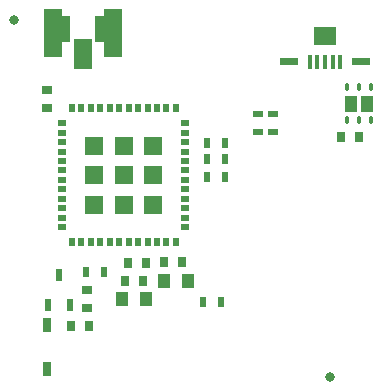
<source format=gbr>
%TF.GenerationSoftware,Altium Limited,Altium Designer,18.1.6 (161)*%
G04 Layer_Color=128*
%FSLAX26Y26*%
%MOIN*%
%TF.FileFunction,Paste,Bot*%
%TF.Part,Single*%
G01*
G75*
%TA.AperFunction,SMDPad,CuDef*%
%ADD11R,0.030000X0.034000*%
%ADD13R,0.060000X0.160000*%
%TA.AperFunction,FiducialPad,Global*%
%ADD14C,0.031496*%
%TA.AperFunction,SMDPad,CuDef*%
%ADD15R,0.034000X0.030000*%
%ADD31R,0.019685X0.031496*%
%ADD32R,0.031496X0.019685*%
%TA.AperFunction,BGAPad,CuDef*%
%ADD33R,0.062992X0.062992*%
%TA.AperFunction,SMDPad,CuDef*%
%ADD34R,0.024000X0.034000*%
G04:AMPARAMS|DCode=36|XSize=15.748mil|YSize=23.622mil|CornerRadius=3.937mil|HoleSize=0mil|Usage=FLASHONLY|Rotation=0.000|XOffset=0mil|YOffset=0mil|HoleType=Round|Shape=RoundedRectangle|*
%AMROUNDEDRECTD36*
21,1,0.015748,0.015748,0,0,0.0*
21,1,0.007874,0.023622,0,0,0.0*
1,1,0.007874,0.003937,-0.007874*
1,1,0.007874,-0.003937,-0.007874*
1,1,0.007874,-0.003937,0.007874*
1,1,0.007874,0.003937,0.007874*
%
%ADD36ROUNDEDRECTD36*%
%ADD37R,0.024000X0.039000*%
%ADD38R,0.028000X0.048000*%
%ADD39R,0.015748X0.051181*%
%ADD41R,0.042000X0.087000*%
%ADD42R,0.042000X0.042000*%
%ADD43R,0.060000X0.100000*%
%ADD44R,0.039000X0.049000*%
%ADD45R,0.034000X0.024000*%
%TA.AperFunction,NonConductor*%
%ADD51R,0.039370X0.055118*%
G36*
X927263Y1094486D02*
Y1070866D01*
X986323D01*
Y1094486D01*
X927263D01*
D02*
G37*
G36*
X1041443Y1196846D02*
Y1137796D01*
X1112303D01*
Y1196846D01*
X1041443D01*
D02*
G37*
G36*
X1167423Y1094486D02*
Y1070866D01*
X1226483D01*
Y1094486D01*
X1167423D01*
D02*
G37*
D11*
X230000Y200000D02*
D03*
X290000D02*
D03*
X540000Y412000D02*
D03*
X600000D02*
D03*
X470000Y350000D02*
D03*
X410000D02*
D03*
X480000Y410000D02*
D03*
X420000D02*
D03*
X1190000Y830000D02*
D03*
X1130000D02*
D03*
D13*
X369000Y1175000D02*
D03*
X169000D02*
D03*
D14*
X40000Y1220000D02*
D03*
X1092824Y30000D02*
D03*
D15*
X151000Y985000D02*
D03*
Y925000D02*
D03*
X285000Y320000D02*
D03*
Y260000D02*
D03*
D31*
X579961Y480118D02*
D03*
X548465D02*
D03*
X516968D02*
D03*
X485472D02*
D03*
X453976D02*
D03*
X422480D02*
D03*
X390984D02*
D03*
X359488D02*
D03*
X327992D02*
D03*
X296496D02*
D03*
X265000D02*
D03*
X233504D02*
D03*
Y925000D02*
D03*
X265000D02*
D03*
X296496D02*
D03*
X327992D02*
D03*
X359488D02*
D03*
X390984D02*
D03*
X422480D02*
D03*
X453976D02*
D03*
X485472D02*
D03*
X516968D02*
D03*
X548465D02*
D03*
X579961D02*
D03*
D32*
X202008Y529331D02*
D03*
Y560827D02*
D03*
Y592323D02*
D03*
Y623819D02*
D03*
Y655315D02*
D03*
Y686811D02*
D03*
Y718307D02*
D03*
Y749803D02*
D03*
Y781299D02*
D03*
Y812795D02*
D03*
Y844291D02*
D03*
Y875787D02*
D03*
X611457D02*
D03*
Y844291D02*
D03*
Y812795D02*
D03*
Y781299D02*
D03*
Y749803D02*
D03*
Y718307D02*
D03*
Y686811D02*
D03*
Y655315D02*
D03*
Y623819D02*
D03*
Y592323D02*
D03*
Y560827D02*
D03*
Y529331D02*
D03*
D33*
X406730Y702557D02*
D03*
Y800982D02*
D03*
X505156D02*
D03*
Y702557D02*
D03*
Y604131D02*
D03*
X406730D02*
D03*
X308305D02*
D03*
Y702557D02*
D03*
Y800982D02*
D03*
D34*
X670000Y280000D02*
D03*
X730000D02*
D03*
X280000Y380000D02*
D03*
X340000D02*
D03*
X745000Y695000D02*
D03*
X685000D02*
D03*
Y810000D02*
D03*
X745000D02*
D03*
X685000Y755000D02*
D03*
X745000D02*
D03*
D36*
X1229370Y995118D02*
D03*
X1190000D02*
D03*
X1150630D02*
D03*
X1229370Y884882D02*
D03*
X1190000D02*
D03*
X1150630D02*
D03*
D37*
X227000Y270000D02*
D03*
X153000D02*
D03*
X190000Y370000D02*
D03*
D38*
X150000Y57000D02*
D03*
Y203000D02*
D03*
D39*
X1076874Y1081496D02*
D03*
X1051283D02*
D03*
X1102465D02*
D03*
X1025693D02*
D03*
X1128055D02*
D03*
D41*
X331000Y1190000D02*
D03*
X205500D02*
D03*
D42*
X268000Y1127000D02*
D03*
D43*
X269000Y1105000D02*
D03*
D44*
X400000Y290000D02*
D03*
X480000D02*
D03*
X620000Y350000D02*
D03*
X540000D02*
D03*
D45*
X853000Y907000D02*
D03*
Y847000D02*
D03*
X903000Y907000D02*
D03*
Y847000D02*
D03*
D51*
X1215589Y940000D02*
D03*
X1163425Y940000D02*
D03*
%TF.MD5,91725444c49a2ae30cdea966a21267d0*%
M02*

</source>
